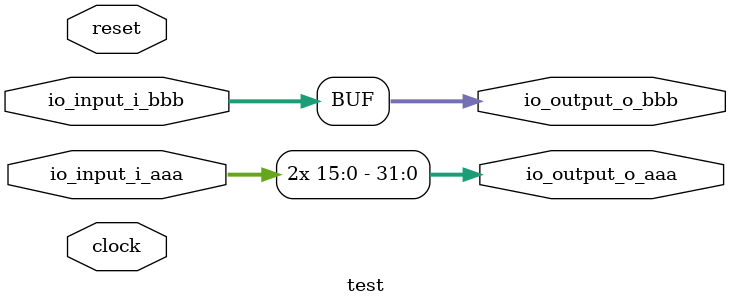
<source format=v>
module test(
  input         clock,
  input         reset,
  input  [15:0] io_input_i_aaa,
  input  [15:0] io_input_i_bbb,
  output [31:0] io_output_o_aaa,
  output [15:0] io_output_o_bbb
);
  assign io_output_o_aaa = {io_input_i_aaa,io_input_i_aaa}; // @[test.scala 25:81]
  assign io_output_o_bbb = io_input_i_bbb; // @[test.scala 28:19]
endmodule

</source>
